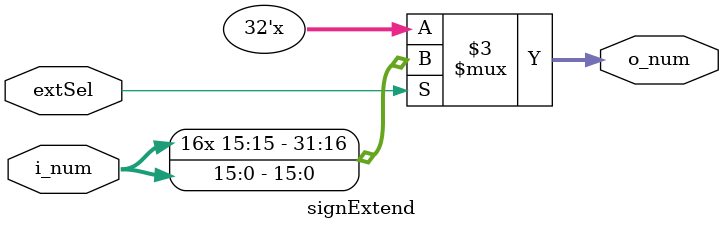
<source format=v>
module signExtend(i_num, extSel, o_num);
  input wire[15:0] i_num;
  input wire extSel;
  output reg[31:0] o_num;
  initial begin
    o_num = 0;
  end
  always @(i_num or extSel) begin
    if (extSel) begin
      o_num <= {{16{i_num[15]}}, i_num[15:0]};
    end
  end
endmodule
</source>
